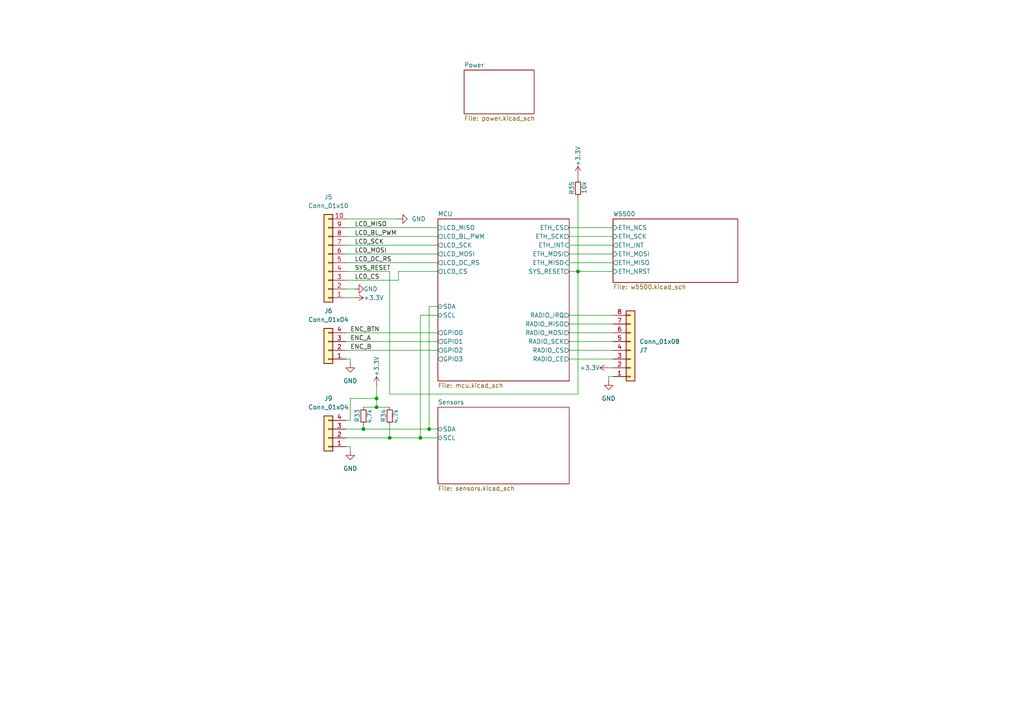
<source format=kicad_sch>
(kicad_sch (version 20231120) (generator "eeschema") (generator_version "8.0")
  (paper "A4")
  (lib_symbols
    (symbol "Connector_Generic:Conn_01x04" (pin_names (offset 1.016) hide)
      (property "Reference" "J" (at 0 5.08 0))
      (property "Value" "Conn_01x04" (at 0 -7.62 0))
      (symbol "Conn_01x04_1_1"
        (rectangle (start -1.27 -4.953) (end 0 -5.207) (stroke (width 0.1524)))
        (rectangle (start -1.27 -2.413) (end 0 -2.667) (stroke (width 0.1524)))
        (rectangle (start -1.27 0.127) (end 0 -0.127) (stroke (width 0.1524)))
        (rectangle (start -1.27 2.667) (end 0 2.413) (stroke (width 0.1524)))
        (rectangle (start -1.27 3.81) (end 1.27 -6.35) (stroke (width 0.254)) (fill (type background)))
        (pin passive line (at -5.08 2.54 0) (length 3.81) (name "Pin_1") (number "1"))
        (pin passive line (at -5.08 0 0) (length 3.81) (name "Pin_2") (number "2"))
        (pin passive line (at -5.08 -2.54 0) (length 3.81) (name "Pin_3") (number "3"))
        (pin passive line (at -5.08 -5.08 0) (length 3.81) (name "Pin_4") (number "4"))
      )
    )
    (symbol "Connector_Generic:Conn_01x08" (pin_names (offset 1.016) hide)
      (property "Reference" "J" (at 0 10.16 0))
      (property "Value" "Conn_01x08" (at 0 -12.7 0))
      (symbol "Conn_01x08_1_1"
        (rectangle (start -1.27 -10.033) (end 0 -10.287) (stroke (width 0.1524)))
        (rectangle (start -1.27 -7.493) (end 0 -7.747) (stroke (width 0.1524)))
        (rectangle (start -1.27 -4.953) (end 0 -5.207) (stroke (width 0.1524)))
        (rectangle (start -1.27 -2.413) (end 0 -2.667) (stroke (width 0.1524)))
        (rectangle (start -1.27 0.127) (end 0 -0.127) (stroke (width 0.1524)))
        (rectangle (start -1.27 2.667) (end 0 2.413) (stroke (width 0.1524)))
        (rectangle (start -1.27 5.207) (end 0 4.953) (stroke (width 0.1524)))
        (rectangle (start -1.27 7.747) (end 0 7.493) (stroke (width 0.1524)))
        (rectangle (start -1.27 8.89) (end 1.27 -11.43) (stroke (width 0.254)) (fill (type background)))
        (pin passive line (at -5.08 7.62 0) (length 3.81) (name "Pin_1") (number "1"))
        (pin passive line (at -5.08 5.08 0) (length 3.81) (name "Pin_2") (number "2"))
        (pin passive line (at -5.08 2.54 0) (length 3.81) (name "Pin_3") (number "3"))
        (pin passive line (at -5.08 0 0) (length 3.81) (name "Pin_4") (number "4"))
        (pin passive line (at -5.08 -2.54 0) (length 3.81) (name "Pin_5") (number "5"))
        (pin passive line (at -5.08 -5.08 0) (length 3.81) (name "Pin_6") (number "6"))
        (pin passive line (at -5.08 -7.62 0) (length 3.81) (name "Pin_7") (number "7"))
        (pin passive line (at -5.08 -10.16 0) (length 3.81) (name "Pin_8") (number "8"))
      )
    )
    (symbol "Connector_Generic:Conn_01x10" (pin_names (offset 1.016) hide)
      (property "Reference" "J" (at 0 12.7 0))
      (property "Value" "Conn_01x10" (at 0 -15.24 0))
      (symbol "Conn_01x10_1_1"
        (rectangle (start -1.27 -12.573) (end 0 -12.827) (stroke (width 0.1524)))
        (rectangle (start -1.27 -10.033) (end 0 -10.287) (stroke (width 0.1524)))
        (rectangle (start -1.27 -7.493) (end 0 -7.747) (stroke (width 0.1524)))
        (rectangle (start -1.27 -4.953) (end 0 -5.207) (stroke (width 0.1524)))
        (rectangle (start -1.27 -2.413) (end 0 -2.667) (stroke (width 0.1524)))
        (rectangle (start -1.27 0.127) (end 0 -0.127) (stroke (width 0.1524)))
        (rectangle (start -1.27 2.667) (end 0 2.413) (stroke (width 0.1524)))
        (rectangle (start -1.27 5.207) (end 0 4.953) (stroke (width 0.1524)))
        (rectangle (start -1.27 7.747) (end 0 7.493) (stroke (width 0.1524)))
        (rectangle (start -1.27 10.287) (end 0 10.033) (stroke (width 0.1524)))
        (rectangle (start -1.27 11.43) (end 1.27 -13.97) (stroke (width 0.254)) (fill (type background)))
        (pin passive line (at -5.08 10.16 0) (length 3.81) (name "Pin_1") (number "1"))
        (pin passive line (at -5.08 -12.7 0) (length 3.81) (name "Pin_10") (number "10"))
        (pin passive line (at -5.08 7.62 0) (length 3.81) (name "Pin_2") (number "2"))
        (pin passive line (at -5.08 5.08 0) (length 3.81) (name "Pin_3") (number "3"))
        (pin passive line (at -5.08 2.54 0) (length 3.81) (name "Pin_4") (number "4"))
        (pin passive line (at -5.08 0 0) (length 3.81) (name "Pin_5") (number "5"))
        (pin passive line (at -5.08 -2.54 0) (length 3.81) (name "Pin_6") (number "6"))
        (pin passive line (at -5.08 -5.08 0) (length 3.81) (name "Pin_7") (number "7"))
        (pin passive line (at -5.08 -7.62 0) (length 3.81) (name "Pin_8") (number "8"))
        (pin passive line (at -5.08 -10.16 0) (length 3.81) (name "Pin_9") (number "9"))
      )
    )
    (symbol "Device:R_Small" (pin_numbers hide) (pin_names (offset 0.254) hide)
      (property "Reference" "R" (at 0.762 0.508 0))
      (property "Value" "R_Small" (at 0.762 -1.016 0))
      (symbol "R_Small_0_1"
        (rectangle (start -0.762 1.778) (end 0.762 -1.778) (stroke (width 0.2032)))
      )
      (symbol "R_Small_1_1"
        (pin passive line (at 0 2.54 270) (length 0.762) (name "~") (number "1"))
        (pin passive line (at 0 -2.54 90) (length 0.762) (name "~") (number "2"))
      )
    )
    (symbol "power:+3.3V" (power) (pin_numbers hide) (pin_names (offset 0) hide)
      (property "Value" "+3.3V" (at 0 3.556 0))
      (symbol "+3.3V_0_1"
        (polyline (pts (xy -0.762 1.27) (xy 0 2.54)))
        (polyline (pts (xy 0 0) (xy 0 2.54)))
        (polyline (pts (xy 0 2.54) (xy 0.762 1.27)))
      )
      (symbol "+3.3V_1_1"
        (pin power_in line (at 0 0 90) (length 0) (name "~") (number "1"))
      )
    )
    (symbol "power:GND" (power) (pin_numbers hide) (pin_names (offset 0) hide)
      (property "Value" "GND" (at 0 -3.81 0))
      (symbol "GND_0_1"
        (polyline (pts (xy 0 0) (xy 0 -1.27) (xy 1.27 -1.27) (xy 0 -2.54) (xy -1.27 -1.27) (xy 0 -1.27)))
      )
      (symbol "GND_1_1"
        (pin power_in line (at 0 0 270) (length 0) (name "~") (number "1"))
      )
    )
  )
  (junction (at 109.22 118.11))
  (junction (at 105.41 124.46))
  (junction (at 113.03 127))
  (junction (at 167.64 78.74))
  (junction (at 109.22 115.57))
  (junction (at 124.46 124.46))
  (junction (at 121.92 127))
  (wire (pts (xy 127 91.44) (xy 121.92 91.44)))
  (wire (pts (xy 177.8 109.22) (xy 176.53 109.22)))
  (wire (pts (xy 105.41 118.11) (xy 109.22 118.11)))
  (wire (pts (xy 100.33 121.92) (xy 101.6 121.92)))
  (wire (pts (xy 124.46 88.9) (xy 127 88.9)))
  (wire (pts (xy 105.41 124.46) (xy 124.46 124.46)))
  (wire (pts (xy 165.1 101.6) (xy 177.8 101.6)))
  (wire (pts (xy 165.1 71.12) (xy 177.8 71.12)))
  (wire (pts (xy 124.46 124.46) (xy 124.46 88.9)))
  (wire (pts (xy 167.64 78.74) (xy 167.64 114.3)))
  (wire (pts (xy 167.64 50.8) (xy 167.64 52.07)))
  (wire (pts (xy 100.33 124.46) (xy 105.41 124.46)))
  (wire (pts (xy 165.1 68.58) (xy 177.8 68.58)))
  (wire (pts (xy 127 124.46) (xy 124.46 124.46)))
  (wire (pts (xy 176.53 106.68) (xy 177.8 106.68)))
  (wire (pts (xy 100.33 71.12) (xy 127 71.12)))
  (wire (pts (xy 100.33 81.28) (xy 115.57 81.28)))
  (wire (pts (xy 165.1 96.52) (xy 177.8 96.52)))
  (wire (pts (xy 165.1 93.98) (xy 177.8 93.98)))
  (wire (pts (xy 100.33 83.82) (xy 102.87 83.82)))
  (wire (pts (xy 100.33 99.06) (xy 127 99.06)))
  (wire (pts (xy 113.03 123.19) (xy 113.03 127)))
  (wire (pts (xy 113.03 78.74) (xy 113.03 114.3)))
  (wire (pts (xy 100.33 127) (xy 113.03 127)))
  (wire (pts (xy 165.1 76.2) (xy 177.8 76.2)))
  (wire (pts (xy 165.1 73.66) (xy 177.8 73.66)))
  (wire (pts (xy 100.33 76.2) (xy 127 76.2)))
  (wire (pts (xy 165.1 78.74) (xy 167.64 78.74)))
  (wire (pts (xy 176.53 109.22) (xy 176.53 110.49)))
  (wire (pts (xy 100.33 96.52) (xy 127 96.52)))
  (wire (pts (xy 167.64 78.74) (xy 177.8 78.74)))
  (wire (pts (xy 121.92 91.44) (xy 121.92 127)))
  (wire (pts (xy 100.33 73.66) (xy 127 73.66)))
  (wire (pts (xy 100.33 66.04) (xy 127 66.04)))
  (wire (pts (xy 115.57 78.74) (xy 115.57 81.28)))
  (wire (pts (xy 121.92 127) (xy 127 127)))
  (wire (pts (xy 165.1 104.14) (xy 177.8 104.14)))
  (wire (pts (xy 101.6 115.57) (xy 109.22 115.57)))
  (wire (pts (xy 100.33 68.58) (xy 127 68.58)))
  (wire (pts (xy 109.22 118.11) (xy 113.03 118.11)))
  (wire (pts (xy 101.6 129.54) (xy 101.6 130.81)))
  (wire (pts (xy 113.03 114.3) (xy 167.64 114.3)))
  (wire (pts (xy 113.03 127) (xy 121.92 127)))
  (wire (pts (xy 100.33 63.5) (xy 115.57 63.5)))
  (wire (pts (xy 165.1 91.44) (xy 177.8 91.44)))
  (wire (pts (xy 109.22 115.57) (xy 109.22 118.11)))
  (wire (pts (xy 100.33 101.6) (xy 127 101.6)))
  (wire (pts (xy 167.64 57.15) (xy 167.64 78.74)))
  (wire (pts (xy 100.33 86.36) (xy 102.87 86.36)))
  (wire (pts (xy 100.33 78.74) (xy 113.03 78.74)))
  (wire (pts (xy 115.57 78.74) (xy 127 78.74)))
  (wire (pts (xy 165.1 66.04) (xy 177.8 66.04)))
  (wire (pts (xy 165.1 99.06) (xy 177.8 99.06)))
  (wire (pts (xy 105.41 123.19) (xy 105.41 124.46)))
  (wire (pts (xy 101.6 104.14) (xy 100.33 104.14)))
  (wire (pts (xy 101.6 104.14) (xy 101.6 105.41)))
  (wire (pts (xy 109.22 111.76) (xy 109.22 115.57)))
  (wire (pts (xy 100.33 129.54) (xy 101.6 129.54)))
  (wire (pts (xy 101.6 115.57) (xy 101.6 121.92)))
  (label "SYS_RESET" (at 102.87 78.74 0))
  (label "LCD_CS" (at 102.87 81.28 0))
  (label "LCD_SCK" (at 102.87 71.12 0))
  (label "ENC_A" (at 101.6 99.06 0))
  (label "LCD_MISO" (at 102.87 66.04 0))
  (label "LCD_BL_PWM" (at 102.87 68.58 0))
  (label "LCD_MOSI" (at 102.87 73.66 0))
  (label "ENC_BTN" (at 101.6 96.52 0))
  (label "ENC_B" (at 101.6 101.6 0))
  (label "LCD_DC_RS" (at 102.87 76.2 0))
  (symbol (lib_id "power:GND") (at 101.6 105.41 0) (unit 1)
    (property "Reference" "#PWR49" (effects (hide yes)))
    (property "Value" "GND" (at 101.6 110.49 0))
    (property "Description" "Power symbol creates a global label with name \"GND\" , ground" (effects (hide yes)))
  )
  (symbol (lib_id "power:+3.3V") (at 109.22 111.76 0) (unit 1)
    (property "Reference" "#PWR76" (effects (hide yes)))
    (property "Value" "+3.3V" (at 109.22 109.22 90) (effects (justify left)))
    (property "Description" "Power symbol creates a global label with name \"+3.3V\"" (effects (hide yes)))
  )
  (symbol (lib_id "Connector_Generic:Conn_01x10") (at 95.25 76.2 180) (unit 1)
    (property "Reference" "J5" (at 95.25 57.15 0))
    (property "Value" "Conn_01x10" (at 95.25 59.69 0))
    (property "Description" "Generic connector, single row, 01x10, script generated (kicad-library-utils/schlib/autogen/connector/)" (effects (hide yes)))
  )
  (symbol (lib_id "Device:R_Small") (at 167.64 54.61 180) (unit 1)
    (property "Reference" "R35" (at 165.862 52.578 90) (effects (justify left)))
    (property "Value" "10k" (at 169.418 52.578 90) (effects (justify left)))
    (property "Description" "Resistor, small symbol" (effects (hide yes)))
  )
  (symbol (lib_id "power:GND") (at 176.53 110.49 0) (unit 1)
    (property "Reference" "#PWR74" (effects (hide yes)))
    (property "Value" "GND" (at 176.53 115.57 0))
    (property "Description" "Power symbol creates a global label with name \"GND\" , ground" (effects (hide yes)))
  )
  (symbol (lib_id "power:GND") (at 101.6 130.81 0) (unit 1)
    (property "Reference" "#PWR79" (effects (hide yes)))
    (property "Value" "GND" (at 101.6 135.89 0))
    (property "Description" "Power symbol creates a global label with name \"GND\" , ground" (effects (hide yes)))
  )
  (symbol (lib_id "Device:R_Small") (at 113.03 120.65 180) (unit 1)
    (property "Reference" "R34" (at 111.252 118.618 90) (effects (justify left)))
    (property "Value" "4.7k" (at 114.808 118.618 90) (effects (justify left)))
    (property "Description" "Resistor, small symbol" (effects (hide yes)))
  )
  (symbol (lib_id "Connector_Generic:Conn_01x04") (at 95.25 127 180) (unit 1)
    (property "Reference" "J9" (at 95.25 115.57 0))
    (property "Value" "Conn_01x04" (at 95.25 118.11 0))
    (property "Description" "Generic connector, single row, 01x04, script generated (kicad-library-utils/schlib/autogen/connector/)" (effects (hide yes)))
  )
  (symbol (lib_id "Connector_Generic:Conn_01x04") (at 95.25 101.6 180) (unit 1)
    (property "Reference" "J6" (at 95.25 90.17 0))
    (property "Value" "Conn_01x04" (at 95.25 92.71 0))
    (property "Description" "Generic connector, single row, 01x04, script generated (kicad-library-utils/schlib/autogen/connector/)" (effects (hide yes)))
  )
  (symbol (lib_id "power:GND") (at 102.87 83.82 90) (unit 1)
    (property "Reference" "#PWR45" (effects (hide yes)))
    (property "Value" "GND" (at 105.41 83.82 90) (effects (justify right)))
    (property "Description" "Power symbol creates a global label with name \"GND\" , ground" (effects (hide yes)))
  )
  (symbol (lib_id "power:GND") (at 115.57 63.5 90) (unit 1)
    (property "Reference" "#PWR46" (effects (hide yes)))
    (property "Value" "GND" (at 119.38 63.4999 90) (effects (justify right)))
    (property "Description" "Power symbol creates a global label with name \"GND\" , ground" (effects (hide yes)))
  )
  (symbol (lib_id "power:+3.3V") (at 167.64 50.8 0) (unit 1)
    (property "Reference" "#PWR78" (effects (hide yes)))
    (property "Value" "+3.3V" (at 167.64 48.26 90) (effects (justify left)))
    (property "Description" "Power symbol creates a global label with name \"+3.3V\"" (effects (hide yes)))
  )
  (symbol (lib_id "Device:R_Small") (at 105.41 120.65 180) (unit 1)
    (property "Reference" "R33" (at 103.632 118.618 90) (effects (justify left)))
    (property "Value" "4.7k" (at 107.188 118.618 90) (effects (justify left)))
    (property "Description" "Resistor, small symbol" (effects (hide yes)))
  )
  (symbol (lib_id "Connector_Generic:Conn_01x08") (at 182.88 101.6 0) (mirror x) (unit 1)
    (property "Reference" "J7" (at 185.42 101.6001 0) (effects (justify left)))
    (property "Value" "Conn_01x08" (at 185.42 99.0601 0) (effects (justify left)))
    (property "Description" "Generic connector, single row, 01x08, script generated (kicad-library-utils/schlib/autogen/connector/)" (effects (hide yes)))
  )
  (symbol (lib_id "power:+3.3V") (at 176.53 106.68 90) (unit 1)
    (property "Reference" "#PWR75" (effects (hide yes)))
    (property "Value" "+3.3V" (at 173.99 106.68 90) (effects (justify left)))
    (property "Description" "Power symbol creates a global label with name \"+3.3V\"" (effects (hide yes)))
  )
  (symbol (lib_id "power:+3.3V") (at 102.87 86.36 270) (unit 1)
    (property "Reference" "#PWR44" (effects (hide yes)))
    (property "Value" "+3.3V" (at 105.41 86.36 90) (effects (justify left)))
    (property "Description" "Power symbol creates a global label with name \"+3.3V\"" (effects (hide yes)))
  )
  (sheet (at 177.8 63.5) (size 36.195 18.415) (stroke (width 0.1524))
    (property "Sheetname" "W5500" (at 177.8 62.7884 0) (effects (justify left bottom)))
    (property "Sheetfile" "w5500.kicad_sch" (at 177.8 82.4996 0) (effects (justify left top)))
    (pin "ETH_NCS" input (at 177.8 66.04 180))
    (pin "ETH_SCK" input (at 177.8 68.58 180))
    (pin "ETH_INT" output (at 177.8 71.12 180))
    (pin "ETH_MOSI" input (at 177.8 73.66 180))
    (pin "ETH_MISO" output (at 177.8 76.2 180))
    (pin "ETH_NRST" input (at 177.8 78.74 180))
  )
  (sheet (at 127 118.11) (size 38.1 22.225) (stroke (width 0.1524))
    (property "Sheetname" "Sensors" (at 127 117.3984 0) (effects (justify left bottom)))
    (property "Sheetfile" "sensors.kicad_sch" (at 127 140.9196 0) (effects (justify left top)))
    (pin "SDA" bidirectional (at 127 124.46 180))
    (pin "SCL" bidirectional (at 127 127 180))
  )
  (sheet (at 127 63.5) (size 38.1 46.99) (stroke (width 0.1524))
    (property "Sheetname" "MCU" (at 127 62.7884 0) (effects (justify left bottom)))
    (property "Sheetfile" "mcu.kicad_sch" (at 127 111.0746 0) (effects (justify left top)))
    (pin "LCD_MOSI" output (at 127 73.66 180))
    (pin "ETH_MOSI" output (at 165.1 73.66 0))
    (pin "ETH_INT" input (at 165.1 71.12 0))
    (pin "SYS_RESET" output (at 165.1 78.74 0))
    (pin "LCD_CS" output (at 127 78.74 180))
    (pin "ETH_MISO" input (at 165.1 76.2 0))
    (pin "LCD_MISO" input (at 127 66.04 180))
    (pin "ETH_SCK" output (at 165.1 68.58 0))
    (pin "LCD_DC_RS" output (at 127 76.2 180))
    (pin "ETH_CS" output (at 165.1 66.04 0))
    (pin "LCD_SCK" output (at 127 71.12 180))
    (pin "LCD_BL_PWM" output (at 127 68.58 180))
    (pin "GPIO0" output (at 127 96.52 180))
    (pin "GPIO3" output (at 127 104.14 180))
    (pin "GPIO1" output (at 127 99.06 180))
    (pin "GPIO2" output (at 127 101.6 180))
    (pin "RADIO_IRQ" output (at 165.1 91.44 0))
    (pin "RADIO_SCK" output (at 165.1 99.06 0))
    (pin "RADIO_CS" output (at 165.1 101.6 0))
    (pin "SDA" bidirectional (at 127 88.9 180))
    (pin "SCL" bidirectional (at 127 91.44 180))
    (pin "RADIO_MISO" output (at 165.1 93.98 0))
    (pin "RADIO_CE" output (at 165.1 104.14 0))
    (pin "RADIO_MOSI" output (at 165.1 96.52 0))
  )
  (sheet (at 134.62 20.32) (size 20.32 12.7) (stroke (width 0.1524))
    (property "Sheetname" "Power" (at 134.62 19.6084 0) (effects (justify left bottom)))
    (property "Sheetfile" "power.kicad_sch" (at 134.62 33.6046 0) (effects (justify left top)))
  )
)
</source>
